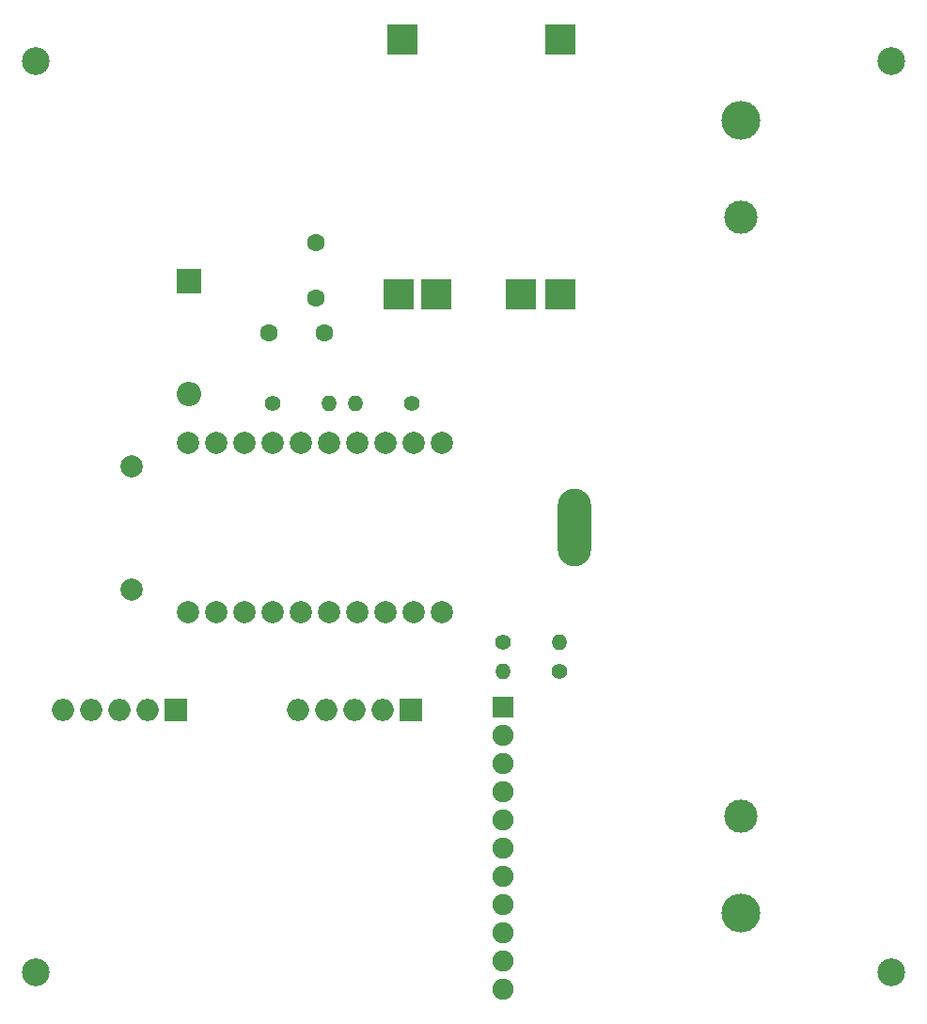
<source format=gbs>
G04 #@! TF.GenerationSoftware,KiCad,Pcbnew,(6.0.9)*
G04 #@! TF.CreationDate,2023-02-04T16:03:44+02:00*
G04 #@! TF.ProjectId,Schematics,53636865-6d61-4746-9963-732e6b696361,rev?*
G04 #@! TF.SameCoordinates,Original*
G04 #@! TF.FileFunction,Soldermask,Bot*
G04 #@! TF.FilePolarity,Negative*
%FSLAX46Y46*%
G04 Gerber Fmt 4.6, Leading zero omitted, Abs format (unit mm)*
G04 Created by KiCad (PCBNEW (6.0.9)) date 2023-02-04 16:03:44*
%MOMM*%
%LPD*%
G01*
G04 APERTURE LIST*
%ADD10C,2.500000*%
%ADD11O,3.000000X7.000000*%
%ADD12C,1.600000*%
%ADD13R,1.900000X1.900000*%
%ADD14C,1.900000*%
%ADD15R,2.000000X2.000000*%
%ADD16O,2.000000X2.000000*%
%ADD17C,3.000000*%
%ADD18O,3.500000X3.500000*%
%ADD19C,1.400000*%
%ADD20O,1.400000X1.400000*%
%ADD21C,2.000000*%
%ADD22R,2.800000X2.800000*%
%ADD23R,2.200000X2.200000*%
%ADD24O,2.200000X2.200000*%
G04 APERTURE END LIST*
D10*
X104000000Y-146000000D03*
X104000000Y-64000000D03*
D11*
X152500000Y-106000000D03*
D12*
X124988000Y-88446000D03*
X129988000Y-88446000D03*
D13*
X146043000Y-122138000D03*
D14*
X146043000Y-124678000D03*
X146043000Y-127218000D03*
X146043000Y-129758000D03*
X146043000Y-132298000D03*
X146043000Y-134838000D03*
X146043000Y-137378000D03*
X146043000Y-139918000D03*
X146043000Y-142458000D03*
X146043000Y-144998000D03*
X146043000Y-147538000D03*
D15*
X137750000Y-122435500D03*
D16*
X135210000Y-122435500D03*
X132670000Y-122435500D03*
X130130000Y-122435500D03*
X127590000Y-122435500D03*
D17*
X167500000Y-78000000D03*
X167500000Y-132000000D03*
D18*
X167500000Y-69300000D03*
X167500000Y-140700000D03*
D10*
X181000000Y-146000000D03*
D19*
X151128000Y-118946000D03*
D20*
X146048000Y-118946000D03*
D10*
X181000000Y-64000000D03*
D19*
X137828000Y-94796000D03*
D20*
X132748000Y-94796000D03*
D19*
X125348000Y-94796000D03*
D20*
X130428000Y-94796000D03*
D21*
X130433000Y-98380000D03*
X135513000Y-113620000D03*
X138053000Y-113620000D03*
X117733000Y-113620000D03*
X120273000Y-113620000D03*
X122813000Y-113620000D03*
X125353000Y-113620000D03*
X127893000Y-113620000D03*
X130433000Y-113620000D03*
X127893000Y-98380000D03*
X125353000Y-98380000D03*
X132973000Y-113620000D03*
X138053000Y-98380000D03*
X135513000Y-98380000D03*
X132973000Y-98380000D03*
X140593000Y-113620000D03*
X140593000Y-98380000D03*
X122813000Y-98380000D03*
X120273000Y-98380000D03*
X112653000Y-100440000D03*
X112653000Y-111560000D03*
X117733000Y-98380000D03*
D15*
X116618000Y-122396000D03*
D16*
X114078000Y-122396000D03*
X111538000Y-122396000D03*
X108998000Y-122396000D03*
X106458000Y-122396000D03*
D22*
X151188000Y-62046000D03*
X136988000Y-62046000D03*
X151188000Y-84946000D03*
X147688000Y-84946000D03*
X140088000Y-84946000D03*
X136688000Y-84946000D03*
D12*
X129188000Y-85346000D03*
X129188000Y-80346000D03*
D19*
X146048000Y-116346000D03*
D20*
X151128000Y-116346000D03*
D23*
X117788000Y-83766000D03*
D24*
X117788000Y-93926000D03*
M02*

</source>
